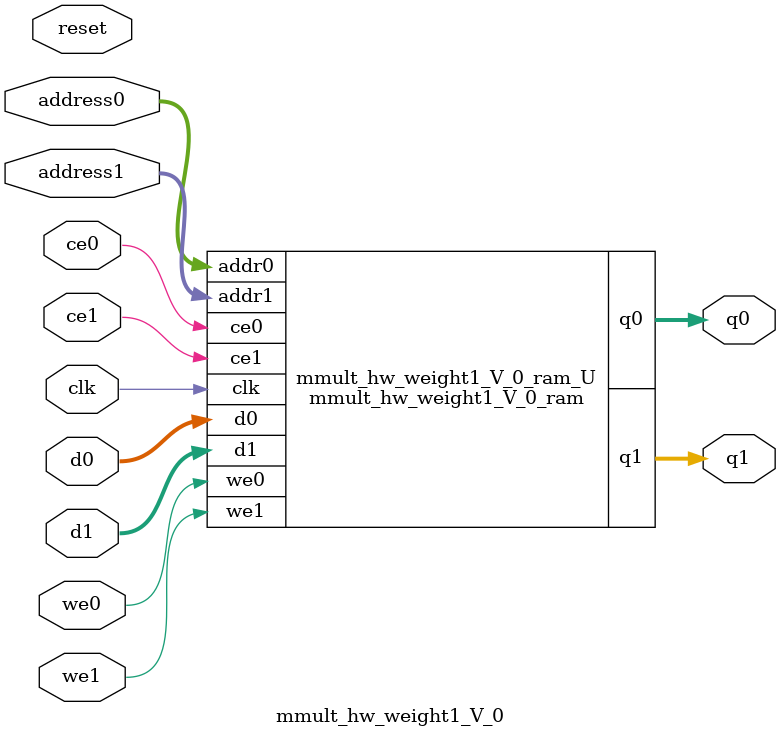
<source format=v>
`timescale 1 ns / 1 ps
module mmult_hw_weight1_V_0_ram (addr0, ce0, d0, we0, q0, addr1, ce1, d1, we1, q1,  clk);

parameter DWIDTH = 8;
parameter AWIDTH = 5;
parameter MEM_SIZE = 32;

input[AWIDTH-1:0] addr0;
input ce0;
input[DWIDTH-1:0] d0;
input we0;
output reg[DWIDTH-1:0] q0;
input[AWIDTH-1:0] addr1;
input ce1;
input[DWIDTH-1:0] d1;
input we1;
output reg[DWIDTH-1:0] q1;
input clk;

(* ram_style = "block" *)reg [DWIDTH-1:0] ram[0:MEM_SIZE-1];




always @(posedge clk)  
begin 
    if (ce0) begin
        if (we0) 
            ram[addr0] <= d0; 
        q0 <= ram[addr0];
    end
end


always @(posedge clk)  
begin 
    if (ce1) begin
        if (we1) 
            ram[addr1] <= d1; 
        q1 <= ram[addr1];
    end
end


endmodule

`timescale 1 ns / 1 ps
module mmult_hw_weight1_V_0(
    reset,
    clk,
    address0,
    ce0,
    we0,
    d0,
    q0,
    address1,
    ce1,
    we1,
    d1,
    q1);

parameter DataWidth = 32'd8;
parameter AddressRange = 32'd32;
parameter AddressWidth = 32'd5;
input reset;
input clk;
input[AddressWidth - 1:0] address0;
input ce0;
input we0;
input[DataWidth - 1:0] d0;
output[DataWidth - 1:0] q0;
input[AddressWidth - 1:0] address1;
input ce1;
input we1;
input[DataWidth - 1:0] d1;
output[DataWidth - 1:0] q1;



mmult_hw_weight1_V_0_ram mmult_hw_weight1_V_0_ram_U(
    .clk( clk ),
    .addr0( address0 ),
    .ce0( ce0 ),
    .we0( we0 ),
    .d0( d0 ),
    .q0( q0 ),
    .addr1( address1 ),
    .ce1( ce1 ),
    .we1( we1 ),
    .d1( d1 ),
    .q1( q1 ));

endmodule


</source>
